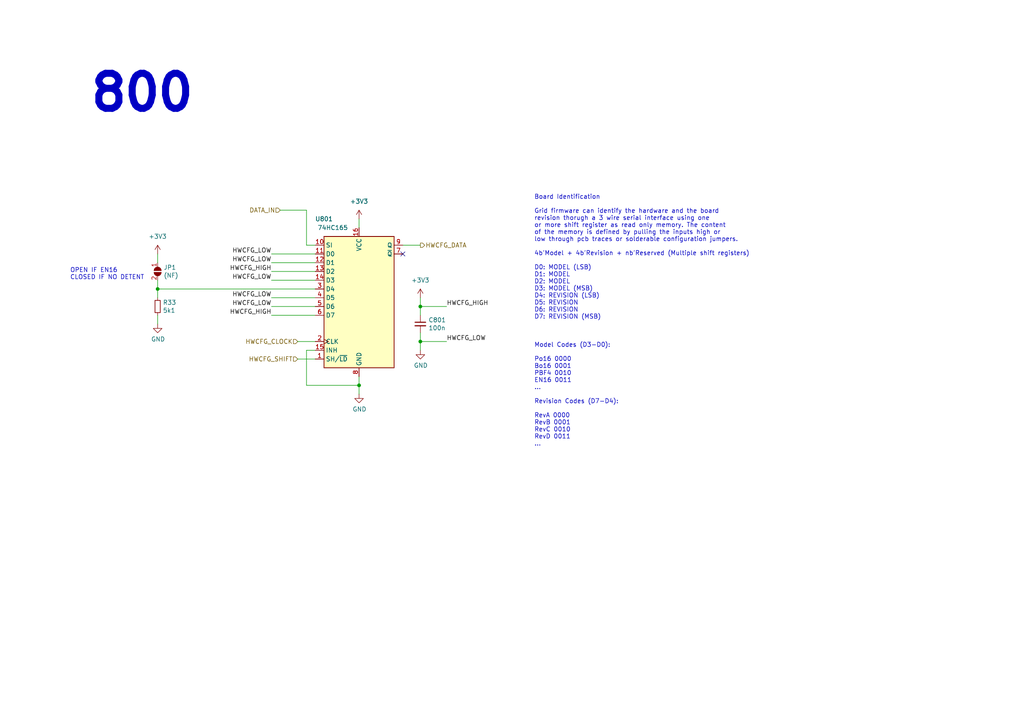
<source format=kicad_sch>
(kicad_sch (version 20230121) (generator eeschema)
  (paper "A4")
  (lib_symbols
    (symbol "power:+3V3" (power) (pin_names (offset 0))
      (property "Value" "+3V3" (at 0 3.556 0))
      (symbol "+3V3_0_1"
        (polyline (pts (xy -0.762 1.27) (xy 0 2.54)))
        (polyline (pts (xy 0 0) (xy 0 2.54)))
        (polyline (pts (xy 0 2.54) (xy 0.762 1.27)))
      )
      (symbol "+3V3_1_1"
        (pin power_in line (at 0 0 90) (length 0) hide (name "+3V3") (number "1"))
      )
    )
    (symbol "power:GND" (power) (pin_names (offset 0))
      (property "Value" "GND" (at 0 -3.81 0))
      (symbol "GND_0_1"
        (polyline (pts (xy 0 0) (xy 0 -1.27) (xy 1.27 -1.27) (xy 0 -2.54) (xy -1.27 -1.27) (xy 0 -1.27)))
      )
      (symbol "GND_1_1"
        (pin power_in line (at 0 0 270) (length 0) hide (name "GND") (number "1"))
      )
    )
    (symbol "suku_basics:74HC165"
      (property "Reference" "U" (at -15.24 25.4 0))
      (property "Value" "74HC165" (at -12.7 20.32 0))
      (symbol "74HC165_1_0"
        (pin input line (at -12.7 12.7 0) (length 2.54) (name "D0") (number "11"))
        (pin input line (at -12.7 10.16 0) (length 2.54) (name "D1") (number "12"))
        (pin input line (at -12.7 7.62 0) (length 2.54) (name "D2") (number "13"))
        (pin input line (at -12.7 5.08 0) (length 2.54) (name "D3") (number "14"))
        (pin power_in line (at 0 20.32 270) (length 2.54) (name "VCC") (number "16"))
        (pin input clock (at -12.7 -12.7 0) (length 2.54) (name "CLK") (number "2"))
        (pin input line (at -12.7 2.54 0) (length 2.54) (name "D4") (number "3"))
        (pin input line (at -12.7 0 0) (length 2.54) (name "D5") (number "4"))
        (pin input line (at -12.7 -2.54 0) (length 2.54) (name "D6") (number "5"))
        (pin input line (at -12.7 -5.08 0) (length 2.54) (name "D7") (number "6"))
        (pin power_in line (at 0 -22.86 90) (length 2.54) (name "GND") (number "8"))
        (pin output line (at 12.7 15.24 180) (length 2.54) (name "Q") (number "9"))
      )
      (symbol "74HC165_1_1"
        (rectangle (start -10.16 17.78) (end 10.16 -20.32) (stroke (width 0.254)) (fill (type background)))
        (pin input line (at -12.7 -17.78 0) (length 2.54) (name "SH/~{LD}") (number "1"))
        (pin input line (at -12.7 15.24 0) (length 2.54) (name "SI") (number "10"))
        (pin input line (at -12.7 -15.24 0) (length 2.54) (name "INH") (number "15"))
        (pin output line (at 12.7 12.7 180) (length 2.54) (name "~{Q}") (number "7"))
      )
    )
    (symbol "suku_basics:CAP" (pin_numbers hide) (pin_names (offset 0.254) hide)
      (property "Reference" "C" (at 0.254 1.778 0))
      (property "Value" "CAP" (at 0.254 -2.032 0))
      (symbol "CAP_0_1"
        (polyline (pts (xy -1.524 -0.508) (xy 1.524 -0.508)) (stroke (width 0.3302)))
        (polyline (pts (xy -1.524 0.508) (xy 1.524 0.508)) (stroke (width 0.3048)))
      )
      (symbol "CAP_1_1"
        (pin passive line (at 0 2.54 270) (length 2.032) (name "~") (number "1"))
        (pin passive line (at 0 -2.54 90) (length 2.032) (name "~") (number "2"))
      )
    )
    (symbol "suku_basics:JP_SolderJumper_2_Open" (pin_names (offset 0) hide)
      (property "Reference" "JP" (at 0 2.032 0))
      (property "Value" "JP_SolderJumper_2_Open" (at 0 -2.54 0))
      (symbol "JP_SolderJumper_2_Open_0_1"
        (arc (start -0.254 1.016) (mid -1.2656 0) (end -0.254 -1.016))
        (arc (start -0.254 1.016) (mid -1.2656 0) (end -0.254 -1.016) (fill (type outline)))
        (polyline (pts (xy -0.254 1.016) (xy -0.254 -1.016)))
        (polyline (pts (xy 0.254 1.016) (xy 0.254 -1.016)))
        (arc (start 0.254 -1.016) (mid 1.2656 0) (end 0.254 1.016))
        (arc (start 0.254 -1.016) (mid 1.2656 0) (end 0.254 1.016) (fill (type outline)))
      )
      (symbol "JP_SolderJumper_2_Open_1_1"
        (pin passive line (at -2.54 0 0) (length 1.27) (name "A") (number "1"))
        (pin passive line (at 2.54 0 180) (length 1.27) (name "B") (number "2"))
      )
    )
    (symbol "suku_basics:RES" (pin_numbers hide) (pin_names (offset 0.254) hide)
      (property "Reference" "R" (at 0.762 0.508 0))
      (property "Value" "RES" (at 0.762 -1.016 0))
      (symbol "RES_1_1"
        (rectangle (start -0.762 1.778) (end 0.762 -1.778) (stroke (width 0.2032)))
        (pin passive line (at 0 2.54 270) (length 0.762) (name "~") (number "1"))
        (pin passive line (at 0 -2.54 90) (length 0.762) (name "~") (number "2"))
      )
    )
  )
  (junction (at 104.14 111.76))
  (junction (at 121.92 99.06))
  (junction (at 45.72 83.82))
  (junction (at 121.92 88.9))
  (no_connect (at 116.84 73.66))
  (wire (pts (xy 45.72 83.82) (xy 91.44 83.82)))
  (wire (pts (xy 104.14 111.76) (xy 104.14 109.22)))
  (wire (pts (xy 91.44 101.6) (xy 88.9 101.6)))
  (wire (pts (xy 91.44 99.06) (xy 86.36 99.06)))
  (wire (pts (xy 81.28 60.96) (xy 88.9 60.96)))
  (wire (pts (xy 45.72 83.82) (xy 45.72 86.36)))
  (wire (pts (xy 91.44 86.36) (xy 78.74 86.36)))
  (wire (pts (xy 91.44 88.9) (xy 78.74 88.9)))
  (wire (pts (xy 91.44 76.2) (xy 78.74 76.2)))
  (wire (pts (xy 104.14 63.5) (xy 104.14 66.04)))
  (wire (pts (xy 78.74 91.44) (xy 91.44 91.44)))
  (wire (pts (xy 104.14 114.3) (xy 104.14 111.76)))
  (wire (pts (xy 88.9 60.96) (xy 88.9 71.12)))
  (wire (pts (xy 121.92 99.06) (xy 121.92 101.6)))
  (wire (pts (xy 91.44 71.12) (xy 88.9 71.12)))
  (wire (pts (xy 78.74 73.66) (xy 91.44 73.66)))
  (wire (pts (xy 45.72 81.28) (xy 45.72 83.82)))
  (wire (pts (xy 121.92 96.52) (xy 121.92 99.06)))
  (wire (pts (xy 88.9 101.6) (xy 88.9 111.76)))
  (wire (pts (xy 121.92 88.9) (xy 121.92 91.44)))
  (wire (pts (xy 88.9 111.76) (xy 104.14 111.76)))
  (wire (pts (xy 91.44 81.28) (xy 78.74 81.28)))
  (wire (pts (xy 116.84 71.12) (xy 121.92 71.12)))
  (wire (pts (xy 121.92 88.9) (xy 129.54 88.9)))
  (wire (pts (xy 45.72 93.98) (xy 45.72 91.44)))
  (wire (pts (xy 121.92 86.36) (xy 121.92 88.9)))
  (wire (pts (xy 45.72 73.66) (xy 45.72 76.2)))
  (wire (pts (xy 121.92 99.06) (xy 129.54 99.06)))
  (wire (pts (xy 91.44 78.74) (xy 78.74 78.74)))
  (wire (pts (xy 91.44 104.14) (xy 86.36 104.14)))
  (text "800" (at 25.4 33.02 0) (effects (font (size 10.16 10.16) (thickness 2.032) bold) (justify left bottom)))
  (text "Board Identification\n\nGrid firmware can identify the hardware and the board \nrevision thorugh a 3 wire serial interface using one \nor more shift register as read only memory. The content\nof the memory is defined by pulling the inputs high or\nlow through pcb traces or solderable configuration jumpers.\n\n4b'Model + 4b'Revision + nb'Reserved (Multiple shift registers)\n\nD0: MODEL (LSB)\nD1: MODEL\nD2: MODEL\nD3: MODEL (MSB)\nD4: REVISION (LSB)\nD5: REVISION\nD6: REVISION\nD7: REVISION (MSB)\n\n\n\nModel Codes (D3-D0):\n\nPo16 0000\nBo16 0001\nPBF4 0010\nEN16 0011\n...\n\nRevision Codes (D7-D4):\n\nRevA 0000\nRevB 0001\nRevC 0010\nRevD 0011\n...\n" (at 154.94 129.54 0) (effects (font (size 1.27 1.27)) (justify left bottom)))
  (text "OPEN IF EN16\nCLOSED IF NO DETENT" (at 20.32 81.28 0) (effects (font (size 1.27 1.27)) (justify left bottom)))
  (label "HWCFG_LOW" (at 129.54 99.06 0))
  (label "HWCFG_LOW" (at 78.74 73.66 180))
  (label "HWCFG_LOW" (at 78.74 86.36 180))
  (label "HWCFG_LOW" (at 78.74 81.28 180))
  (label "HWCFG_HIGH" (at 129.54 88.9 0))
  (label "HWCFG_HIGH" (at 78.74 91.44 180))
  (label "HWCFG_LOW" (at 78.74 76.2 180))
  (label "HWCFG_HIGH" (at 78.74 78.74 180))
  (label "HWCFG_LOW" (at 78.74 88.9 180))
  (hierarchical_label "HWCFG_CLOCK" (shape input) (at 86.36 99.06 180))
  (hierarchical_label "HWCFG_SHIFT" (shape input) (at 86.36 104.14 180))
  (hierarchical_label "HWCFG_DATA" (shape output) (at 121.92 71.12 0))
  (hierarchical_label "DATA_IN" (shape input) (at 81.28 60.96 180))
  (symbol (lib_id "suku_basics:74HC165") (at 104.14 86.36 0) (unit 1)
    (property "Reference" "U801" (at 93.98 63.5 0))
    (property "Value" "74HC165" (at 96.52 66.04 0))
    (property "Footprint" "suku_basics:SOIC-16_74HC165" (effects hide))
    (property "Datasheet" "http://www.ti.com/lit/ds/symlink/sn74hc595.pdf" (effects hide))
  )
  (symbol (lib_id "power:GND") (at 104.14 114.3 0) (unit 1)
    (property "Reference" "#PWR0882" (effects hide))
    (property "Value" "GND" (at 104.267 118.6942 0))
  )
  (symbol (lib_id "suku_basics:CAP") (at 121.92 93.98 0) (unit 1)
    (property "Reference" "C801" (at 124.2568 92.8116 0) (effects (justify left)))
    (property "Value" "100n" (at 124.2568 95.123 0) (effects (justify left)))
    (property "Footprint" "suku_basics:CAP_0402" (effects hide))
  )
  (symbol (lib_id "power:GND") (at 121.92 101.6 0) (unit 1)
    (property "Reference" "#PWR0943" (effects hide))
    (property "Value" "GND" (at 122.047 105.9942 0))
  )
  (symbol (lib_id "power:+3V3") (at 104.14 63.5 0) (unit 1)
    (property "Reference" "#PWR0881" (effects hide))
    (property "Value" "+3V3" (at 104.14 58.42 0))
  )
  (symbol (lib_id "power:GND") (at 45.72 93.98 0) (unit 1)
    (property "Reference" "#PWR0152" (effects hide))
    (property "Value" "GND" (at 45.847 98.3742 0))
    (instances (project "HWCFG" (path "" (reference "#PWR0152") (unit 1))) (project "EF44" (path "" (reference "#PWR0880") (unit 1))))
  )
  (symbol (lib_id "power:+3V3") (at 45.72 73.66 0) (unit 1)
    (property "Reference" "#PWR0879" (effects hide))
    (property "Value" "+3V3" (at 45.72 68.58 0))
  )
  (symbol (lib_id "suku_basics:RES") (at 45.72 88.9 0) (unit 1)
    (property "Reference" "R33" (at 47.2186 87.7316 0) (effects (justify left)))
    (property "Value" "5k1" (at 47.2186 90.043 0) (effects (justify left)))
    (property "Footprint" "suku_basics:RES_0402" (effects hide))
    (instances (project "HWCFG" (path "" (reference "R33") (unit 1))) (project "EF44" (path "" (reference "R801") (unit 1))))
  )
  (symbol (lib_id "power:+3V3") (at 121.92 86.36 0) (unit 1)
    (property "Reference" "#PWR0942" (effects hide))
    (property "Value" "+3V3" (at 121.92 81.28 0))
  )
  (symbol (lib_id "suku_basics:JP_SolderJumper_2_Open") (at 45.72 78.74 270) (unit 1)
    (property "Reference" "JP1" (at 47.4472 77.5716 90) (effects (justify left)))
    (property "Value" "(NF)" (at 47.4472 79.883 90) (effects (justify left)))
    (property "Footprint" "Jumper:SolderJumper-2_P1.3mm_Open_TrianglePad1.0x1.5mm" (effects hide))
    (instances (project "HWCFG" (path "" (reference "JP1") (unit 1))) (project "EF44" (path "" (reference "JP801") (unit 1))))
  )
)
</source>
